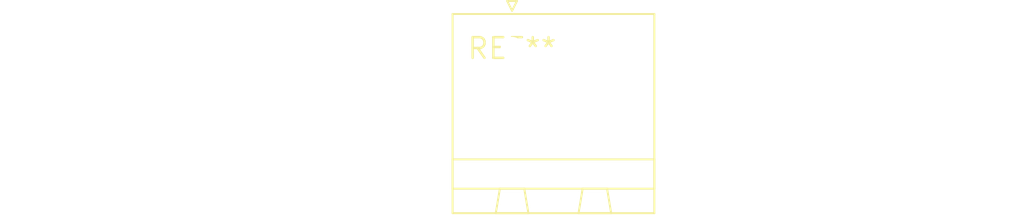
<source format=kicad_pcb>
(kicad_pcb (version 20240108) (generator pcbnew)
  (layers (0 "F.Cu" signal) (31 "B.Cu" signal) (34 "B.Paste" user) (35 "F.Paste" user) (36 "B.SilkS" user "B.Silkscreen") (37 "F.SilkS" user "F.Silkscreen") (38 "B.Mask" user) (39 "F.Mask" user) (44 "Edge.Cuts" user))
  (net 0 "")
  (footprint "PhoenixContact_MSTBA_2,5_2-G-5,08_1x02_P5.08mm_Horizontal" (layer "F.Cu") (at 0 0)
    (property "Reference" "REF**")
    (property "Value" "PhoenixContact_MSTBA_2,5_2-G-5,08_1x02_P5.08mm_Horizontal")
    (fp_line (start -3.65 -2.11) (end -3.65 10.11) (layer "F.SilkS") (stroke (width 0.12)))
    (fp_line (start -3.65 6.81) (end 8.73 6.81) (layer "F.SilkS") (stroke (width 0.12)))
    (fp_line (start -3.65 8.61) (end -3.65 6.81) (layer "F.SilkS") (stroke (width 0.12)))
    (fp_line (start -3.65 10.11) (end 8.73 10.11) (layer "F.SilkS") (stroke (width 0.12)))
    (fp_line (start -1 10.11) (end 1 10.11) (layer "F.SilkS") (stroke (width 0.12)))
    (fp_line (start -0.75 8.61) (end -1 10.11) (layer "F.SilkS") (stroke (width 0.12)))
    (fp_line (start -0.3 -2.91) (end 0.3 -2.91) (layer "F.SilkS") (stroke (width 0.12)))
    (fp_line (start 0 -2.31) (end -0.3 -2.91) (layer "F.SilkS") (stroke (width 0.12)))
    (fp_line (start 0.3 -2.91) (end 0 -2.31) (layer "F.SilkS") (stroke (width 0.12)))
    (fp_line (start 0.75 8.61) (end -0.75 8.61) (layer "F.SilkS") (stroke (width 0.12)))
    (fp_line (start 1 10.11) (end 0.75 8.61) (layer "F.SilkS") (stroke (width 0.12)))
    (fp_line (start 4.08 10.11) (end 6.08 10.11) (layer "F.SilkS") (stroke (width 0.12)))
    (fp_line (start 4.33 8.61) (end 4.08 10.11) (layer "F.SilkS") (stroke (width 0.12)))
    (fp_line (start 5.83 8.61) (end 4.33 8.61) (layer "F.SilkS") (stroke (width 0.12)))
    (fp_line (start 6.08 10.11) (end 5.83 8.61) (layer "F.SilkS") (stroke (width 0.12)))
    (fp_line (start 8.73 -2.11) (end -3.65 -2.11) (layer "F.SilkS") (stroke (width 0.12)))
    (fp_line (start 8.73 6.81) (end 8.73 8.61) (layer "F.SilkS") (stroke (width 0.12)))
    (fp_line (start 8.73 8.61) (end -3.65 8.61) (layer "F.SilkS") (stroke (width 0.12)))
    (fp_line (start 8.73 10.11) (end 8.73 -2.11) (layer "F.SilkS") (stroke (width 0.12)))
    (pad "1" thru_hole roundrect (at 0 0) (size 2.08 3.6) (drill 1.4) (layers *.Cu *.Mask) (remove_unused_layers) (roundrect_rratio 0.120192))
    (pad "2" thru_hole oval (at 5.08 0) (size 2.08 3.6) (drill 1.4) (layers *.Cu *.Mask) (remove_unused_layers))
  )
)
</source>
